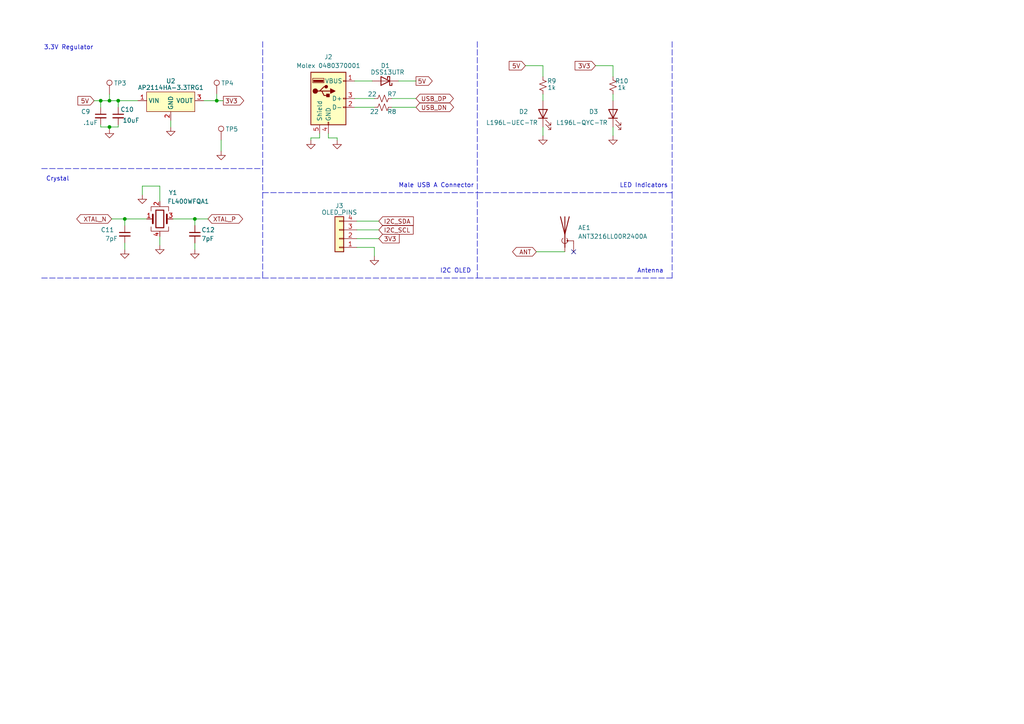
<source format=kicad_sch>
(kicad_sch (version 20211123) (generator eeschema)
  (paper "A4")
  (title_block (title "PortaNet") (date "2022-03-12") (rev "1.0") (company "JCM"))
  (lib_symbols
    (symbol "Connector:TestPoint" (pin_numbers hide) (pin_names (offset 0.762) hide)
      (property "Reference" "TP" (at 0 6.858 0))
      (property "Value" "TestPoint" (at 0 5.08 0))
      (symbol "TestPoint_0_1"
        (circle (center 0 3.302) (radius 0.762))
      )
      (symbol "TestPoint_1_1"
        (pin passive line (at 0 0 90) (length 2.54) (name "1") (number "1"))
      )
    )
    (symbol "Connector:USB_A" (pin_names (offset 1.016))
      (property "Reference" "J" (at -5.08 11.43 0))
      (property "Value" "USB_A" (at -5.08 8.89 0))
      (symbol "USB_A_0_1"
        (rectangle (start -5.08 -7.62) (end 5.08 7.62) (stroke (width 0.254)) (fill (type background)))
        (circle (center -3.81 2.159) (radius 0.635) (stroke (width 0.254)) (fill (type outline)))
        (rectangle (start -1.524 4.826) (end -4.318 5.334) (fill (type outline)))
        (rectangle (start -1.27 4.572) (end -4.572 5.842))
        (circle (center -0.635 3.429) (radius 0.381) (stroke (width 0.254)) (fill (type outline)))
        (rectangle (start -0.127 -7.62) (end 0.127 -6.858))
        (polyline (pts (xy -3.175 2.159) (xy -2.54 2.159) (xy -1.27 3.429) (xy -0.635 3.429)) (stroke (width 0.254)))
        (polyline (pts (xy -2.54 2.159) (xy -1.905 2.159) (xy -1.27 0.889) (xy 0 0.889)) (stroke (width 0.254)))
        (polyline (pts (xy 0.635 2.794) (xy 0.635 1.524) (xy 1.905 2.159) (xy 0.635 2.794)) (stroke (width 0.254)) (fill (type outline)))
        (rectangle (start 0.254 1.27) (end -0.508 0.508) (stroke (width 0.254)) (fill (type outline)))
        (rectangle (start 5.08 -2.667) (end 4.318 -2.413))
        (rectangle (start 5.08 -0.127) (end 4.318 0.127))
        (rectangle (start 5.08 4.953) (end 4.318 5.207))
      )
      (symbol "USB_A_1_1"
        (polyline (pts (xy -1.905 2.159) (xy 0.635 2.159)) (stroke (width 0.254)))
        (pin power_in line (at 7.62 5.08 180) (length 2.54) (name "VBUS") (number "1"))
        (pin bidirectional line (at 7.62 -2.54 180) (length 2.54) (name "D-") (number "2"))
        (pin bidirectional line (at 7.62 0 180) (length 2.54) (name "D+") (number "3"))
        (pin power_in line (at 0 -10.16 90) (length 2.54) (name "GND") (number "4"))
        (pin passive line (at -2.54 -10.16 90) (length 2.54) (name "Shield") (number "5"))
      )
    )
    (symbol "Connector_Generic:Conn_01x04" (pin_names (offset 1.016) hide)
      (property "Reference" "J" (at 0 5.08 0))
      (property "Value" "Conn_01x04" (at 0 -7.62 0))
      (symbol "Conn_01x04_1_1"
        (rectangle (start -1.27 -4.953) (end 0 -5.207) (stroke (width 0.1524)))
        (rectangle (start -1.27 -2.413) (end 0 -2.667) (stroke (width 0.1524)))
        (rectangle (start -1.27 0.127) (end 0 -0.127) (stroke (width 0.1524)))
        (rectangle (start -1.27 2.667) (end 0 2.413) (stroke (width 0.1524)))
        (rectangle (start -1.27 3.81) (end 1.27 -6.35) (stroke (width 0.254)) (fill (type background)))
        (pin passive line (at -5.08 2.54 0) (length 3.81) (name "Pin_1") (number "1"))
        (pin passive line (at -5.08 0 0) (length 3.81) (name "Pin_2") (number "2"))
        (pin passive line (at -5.08 -2.54 0) (length 3.81) (name "Pin_3") (number "3"))
        (pin passive line (at -5.08 -5.08 0) (length 3.81) (name "Pin_4") (number "4"))
      )
    )
    (symbol "Device:Antenna_Shield" (pin_numbers hide) (pin_names (offset 1.016) hide)
      (property "Reference" "AE" (at -1.905 4.445 0))
      (property "Value" "Antenna_Shield" (at -1.905 2.54 0))
      (symbol "Antenna_Shield_0_1"
        (arc (start -0.508 -1.143) (mid -0.8485 -2.1032) (end 0 -2.667))
        (arc (start 0 -2.667) (mid 0.8047 -2.0885) (end 0.508 -1.143))
        (polyline (pts (xy 0 -2.54) (xy 0 0)))
        (polyline (pts (xy 0 5.08) (xy 0 -3.81)) (stroke (width 0.254)))
        (polyline (pts (xy 0.762 -1.905) (xy 2.54 -1.905)))
        (polyline (pts (xy 2.54 -2.54) (xy 2.54 -1.905)))
        (polyline (pts (xy 1.27 5.08) (xy 0 0) (xy -1.27 5.08)) (stroke (width 0.254)))
        (circle (center 0.762 -1.905) (radius 0.1778) (fill (type outline)))
      )
      (symbol "Antenna_Shield_1_1"
        (pin input line (at 0 -5.08 90) (length 2.54) (name "A") (number "1"))
        (pin input line (at 2.54 -5.08 90) (length 2.54) (name "Shield") (number "2"))
      )
    )
    (symbol "Device:C_Small" (pin_numbers hide) (pin_names (offset 0.254) hide)
      (property "Reference" "C" (at 0.254 1.778 0))
      (property "Value" "C_Small" (at 0.254 -2.032 0))
      (symbol "C_Small_0_1"
        (polyline (pts (xy -1.524 -0.508) (xy 1.524 -0.508)) (stroke (width 0.3302)))
        (polyline (pts (xy -1.524 0.508) (xy 1.524 0.508)) (stroke (width 0.3048)))
      )
      (symbol "C_Small_1_1"
        (pin passive line (at 0 2.54 270) (length 2.032) (name "~") (number "1"))
        (pin passive line (at 0 -2.54 90) (length 2.032) (name "~") (number "2"))
      )
    )
    (symbol "Device:Crystal_GND24" (pin_names (offset 1.016) hide)
      (property "Reference" "Y" (at 3.175 5.08 0))
      (property "Value" "Crystal_GND24" (at 3.175 3.175 0))
      (symbol "Crystal_GND24_0_1"
        (rectangle (start -1.143 2.54) (end 1.143 -2.54) (stroke (width 0.3048)))
        (polyline (pts (xy -2.54 0) (xy -2.032 0)))
        (polyline (pts (xy -2.032 -1.27) (xy -2.032 1.27)) (stroke (width 0.508)))
        (polyline (pts (xy 0 -3.81) (xy 0 -3.556)))
        (polyline (pts (xy 0 3.556) (xy 0 3.81)))
        (polyline (pts (xy 2.032 -1.27) (xy 2.032 1.27)) (stroke (width 0.508)))
        (polyline (pts (xy 2.032 0) (xy 2.54 0)))
        (polyline (pts (xy -2.54 -2.286) (xy -2.54 -3.556) (xy 2.54 -3.556) (xy 2.54 -2.286)))
        (polyline (pts (xy -2.54 2.286) (xy -2.54 3.556) (xy 2.54 3.556) (xy 2.54 2.286)))
      )
      (symbol "Crystal_GND24_1_1"
        (pin passive line (at -3.81 0 0) (length 1.27) (name "1") (number "1"))
        (pin passive line (at 0 5.08 270) (length 1.27) (name "2") (number "2"))
        (pin passive line (at 3.81 0 180) (length 1.27) (name "3") (number "3"))
        (pin passive line (at 0 -5.08 90) (length 1.27) (name "4") (number "4"))
      )
    )
    (symbol "Device:D_Schottky" (pin_numbers hide) (pin_names (offset 1.016) hide)
      (property "Reference" "D" (at 0 2.54 0))
      (property "Value" "D_Schottky" (at 0 -2.54 0))
      (symbol "D_Schottky_0_1"
        (polyline (pts (xy 1.27 0) (xy -1.27 0)))
        (polyline (pts (xy 1.27 1.27) (xy 1.27 -1.27) (xy -1.27 0) (xy 1.27 1.27)) (stroke (width 0.254)))
        (polyline (pts (xy -1.905 0.635) (xy -1.905 1.27) (xy -1.27 1.27) (xy -1.27 -1.27) (xy -0.635 -1.27) (xy -0.635 -0.635)) (stroke (width 0.254)))
      )
      (symbol "D_Schottky_1_1"
        (pin passive line (at -3.81 0 0) (length 2.54) (name "K") (number "1"))
        (pin passive line (at 3.81 0 180) (length 2.54) (name "A") (number "2"))
      )
    )
    (symbol "Device:LED" (pin_numbers hide) (pin_names (offset 1.016) hide)
      (property "Reference" "D" (at 0 2.54 0))
      (property "Value" "LED" (at 0 -2.54 0))
      (symbol "LED_0_1"
        (polyline (pts (xy -1.27 -1.27) (xy -1.27 1.27)) (stroke (width 0.254)))
        (polyline (pts (xy -1.27 0) (xy 1.27 0)))
        (polyline (pts (xy 1.27 -1.27) (xy 1.27 1.27) (xy -1.27 0) (xy 1.27 -1.27)) (stroke (width 0.254)))
        (polyline (pts (xy -3.048 -0.762) (xy -4.572 -2.286) (xy -3.81 -2.286) (xy -4.572 -2.286) (xy -4.572 -1.524)))
        (polyline (pts (xy -1.778 -0.762) (xy -3.302 -2.286) (xy -2.54 -2.286) (xy -3.302 -2.286) (xy -3.302 -1.524)))
      )
      (symbol "LED_1_1"
        (pin passive line (at -3.81 0 0) (length 2.54) (name "K") (number "1"))
        (pin passive line (at 3.81 0 180) (length 2.54) (name "A") (number "2"))
      )
    )
    (symbol "Device:R_Small_US" (pin_numbers hide) (pin_names (offset 0.254) hide)
      (property "Reference" "R" (at 0.762 0.508 0))
      (property "Value" "R_Small_US" (at 0.762 -1.016 0))
      (symbol "R_Small_US_1_1"
        (polyline (pts (xy 0 0) (xy 1.016 -0.381) (xy 0 -0.762) (xy -1.016 -1.143) (xy 0 -1.524)))
        (polyline (pts (xy 0 1.524) (xy 1.016 1.143) (xy 0 0.762) (xy -1.016 0.381) (xy 0 0)))
        (pin passive line (at 0 2.54 270) (length 1.016) (name "~") (number "1"))
        (pin passive line (at 0 -2.54 90) (length 1.016) (name "~") (number "2"))
      )
    )
    (symbol "JoesSymbols:AP2114HA-3.3TRG1"
      (property "Reference" "U" (at 0.635 1.27 0))
      (property "Value" "AP2114HA-3.3TRG1" (at 0.635 3.175 0))
      (symbol "AP2114HA-3.3TRG1_0_1"
        (rectangle (start 0 0) (end 13.97 -5.715) (fill (type background)))
      )
      (symbol "AP2114HA-3.3TRG1_1_1"
        (pin power_in line (at -2.54 -2.54 0) (length 2.54) (name "VIN") (number "1"))
        (pin power_out line (at 6.985 -8.255 90) (length 2.54) (name "GND") (number "2"))
        (pin power_out line (at 16.51 -2.54 180) (length 2.54) (name "VOUT") (number "3"))
      )
    )
    (symbol "power:GND" (power) (pin_names (offset 0))
      (property "Value" "GND" (at 0 -3.81 0))
      (symbol "GND_0_1"
        (polyline (pts (xy 0 0) (xy 0 -1.27) (xy 1.27 -1.27) (xy 0 -2.54) (xy -1.27 -1.27) (xy 0 -1.27)))
      )
      (symbol "GND_1_1"
        (pin power_in line (at 0 0 270) (length 0) hide (name "GND") (number "1"))
      )
    )
  )
  (junction (at 62.865 29.21))
  (junction (at 56.515 63.5))
  (junction (at 29.21 29.21))
  (junction (at 36.195 63.5))
  (junction (at 31.75 29.21))
  (junction (at 31.75 36.83))
  (junction (at 34.29 29.21))
  (no_connect (at 166.37 73.025))
  (wire (pts (xy 46.355 68.58) (xy 46.355 71.12)))
  (polyline (pts (xy 194.945 80.645) (xy 194.945 63.5)))
  (wire (pts (xy 62.865 27.305) (xy 62.865 29.21)))
  (polyline (pts (xy 138.43 80.645) (xy 138.43 55.88)))
  (wire (pts (xy 177.8 19.05) (xy 177.8 22.225)))
  (wire (pts (xy 29.21 36.195) (xy 29.21 36.83)))
  (polyline (pts (xy 138.43 55.88) (xy 194.945 55.88)))
  (wire (pts (xy 92.71 40.005) (xy 92.71 38.735)))
  (polyline (pts (xy 194.945 12.065) (xy 194.945 55.88)))
  (wire (pts (xy 31.75 36.83) (xy 31.75 37.465)))
  (wire (pts (xy 27.305 29.21) (xy 29.21 29.21)))
  (wire (pts (xy 29.21 36.83) (xy 31.75 36.83)))
  (wire (pts (xy 108.585 71.755) (xy 108.585 74.295)))
  (polyline (pts (xy 12.065 80.645) (xy 76.2 80.645)))
  (wire (pts (xy 36.195 63.5) (xy 36.195 65.405)))
  (wire (pts (xy 29.21 29.21) (xy 31.75 29.21)))
  (wire (pts (xy 103.505 64.135) (xy 109.855 64.135)))
  (wire (pts (xy 152.4 19.05) (xy 157.48 19.05)))
  (wire (pts (xy 103.505 69.215) (xy 109.855 69.215)))
  (wire (pts (xy 31.75 27.305) (xy 31.75 29.21)))
  (wire (pts (xy 177.8 27.305) (xy 177.8 29.21)))
  (wire (pts (xy 64.135 40.64) (xy 64.135 43.815)))
  (wire (pts (xy 50.165 63.5) (xy 56.515 63.5)))
  (wire (pts (xy 90.17 40.64) (xy 90.17 40.005)))
  (wire (pts (xy 32.385 63.5) (xy 36.195 63.5)))
  (wire (pts (xy 36.195 70.485) (xy 36.195 72.39)))
  (polyline (pts (xy 76.2 55.88) (xy 138.43 55.88)))
  (wire (pts (xy 90.17 40.005) (xy 92.71 40.005)))
  (wire (pts (xy 102.87 31.115) (xy 108.585 31.115)))
  (wire (pts (xy 56.515 63.5) (xy 60.325 63.5)))
  (wire (pts (xy 34.29 29.21) (xy 40.005 29.21)))
  (wire (pts (xy 103.505 71.755) (xy 108.585 71.755)))
  (wire (pts (xy 42.545 63.5) (xy 36.195 63.5)))
  (wire (pts (xy 29.21 29.21) (xy 29.21 31.115)))
  (wire (pts (xy 31.75 29.21) (xy 34.29 29.21)))
  (wire (pts (xy 115.57 23.495) (xy 120.65 23.495)))
  (wire (pts (xy 113.665 31.115) (xy 120.65 31.115)))
  (wire (pts (xy 172.72 19.05) (xy 177.8 19.05)))
  (wire (pts (xy 56.515 70.485) (xy 56.515 72.39)))
  (wire (pts (xy 46.355 53.975) (xy 41.275 53.975)))
  (wire (pts (xy 97.79 40.005) (xy 95.25 40.005)))
  (polyline (pts (xy 12.065 48.895) (xy 76.2 48.895)))
  (wire (pts (xy 102.87 23.495) (xy 107.95 23.495)))
  (wire (pts (xy 34.29 36.195) (xy 34.29 36.83)))
  (wire (pts (xy 49.53 34.925) (xy 49.53 36.83)))
  (polyline (pts (xy 138.43 80.645) (xy 194.945 80.645)))
  (wire (pts (xy 177.8 36.83) (xy 177.8 39.37)))
  (polyline (pts (xy 138.43 12.065) (xy 138.43 55.88)))
  (wire (pts (xy 113.665 28.575) (xy 120.65 28.575)))
  (wire (pts (xy 59.055 29.21) (xy 62.865 29.21)))
  (polyline (pts (xy 76.2 12.065) (xy 76.2 48.895)))
  (wire (pts (xy 95.25 40.005) (xy 95.25 38.735)))
  (wire (pts (xy 34.29 36.83) (xy 31.75 36.83)))
  (wire (pts (xy 56.515 63.5) (xy 56.515 65.405)))
  (polyline (pts (xy 76.2 80.645) (xy 138.43 80.645)))
  (wire (pts (xy 41.275 53.975) (xy 41.275 56.515)))
  (wire (pts (xy 34.29 29.21) (xy 34.29 31.115)))
  (wire (pts (xy 157.48 27.305) (xy 157.48 29.21)))
  (wire (pts (xy 103.505 66.675) (xy 109.855 66.675)))
  (wire (pts (xy 102.87 28.575) (xy 108.585 28.575)))
  (wire (pts (xy 155.575 73.025) (xy 163.83 73.025)))
  (wire (pts (xy 97.79 40.64) (xy 97.79 40.005)))
  (wire (pts (xy 157.48 36.83) (xy 157.48 39.37)))
  (wire (pts (xy 62.865 29.21) (xy 64.77 29.21)))
  (wire (pts (xy 46.355 58.42) (xy 46.355 53.975)))
  (polyline (pts (xy 76.2 48.895) (xy 76.2 55.88)))
  (polyline (pts (xy 76.2 55.88) (xy 76.2 80.645)))
  (wire (pts (xy 157.48 19.05) (xy 157.48 22.225)))
  (polyline (pts (xy 194.945 55.88) (xy 194.945 63.5)))
  (text "Male USB A Connector" (at 115.57 54.61 0) (effects (font (size 1.27 1.27)) (justify left bottom)))
  (text "LED Indicators" (at 179.705 54.61 0) (effects (font (size 1.27 1.27)) (justify left bottom)))
  (text "3.3V Regulator" (at 12.7 14.605 0) (effects (font (size 1.27 1.27)) (justify left bottom)))
  (text "Antenna" (at 184.785 79.375 0) (effects (font (size 1.27 1.27)) (justify left bottom)))
  (text "Crystal" (at 13.335 52.705 0) (effects (font (size 1.27 1.27)) (justify left bottom)))
  (text "I2C OLED" (at 127.635 79.375 0) (effects (font (size 1.27 1.27)) (justify left bottom)))
  (global_label "USB_DN" (shape bidirectional) (at 120.65 31.115 0) (property "Intersheet References" "${INTERSHEET_REFS}" (effects hide)))
  (global_label "5V" (shape input) (at 27.305 29.21 180) (property "Intersheet References" "${INTERSHEET_REFS}" (effects hide)))
  (global_label "I2C_SDA" (shape input) (at 109.855 64.135 0) (property "Intersheet References" "${INTERSHEET_REFS}" (effects hide)))
  (global_label "I2C_SCL" (shape input) (at 109.855 66.675 0) (property "Intersheet References" "${INTERSHEET_REFS}" (effects hide)))
  (global_label "XTAL_N" (shape bidirectional) (at 32.385 63.5 180) (property "Intersheet References" "${INTERSHEET_REFS}" (effects hide)))
  (global_label "USB_DP" (shape bidirectional) (at 120.65 28.575 0) (property "Intersheet References" "${INTERSHEET_REFS}" (effects hide)))
  (global_label "ANT" (shape bidirectional) (at 155.575 73.025 180) (property "Intersheet References" "${INTERSHEET_REFS}" (effects hide)))
  (global_label "3V3" (shape input) (at 109.855 69.215 0) (property "Intersheet References" "${INTERSHEET_REFS}" (effects hide)))
  (global_label "5V" (shape input) (at 152.4 19.05 180) (property "Intersheet References" "${INTERSHEET_REFS}" (effects hide)))
  (global_label "XTAL_P" (shape bidirectional) (at 60.325 63.5 0) (property "Intersheet References" "${INTERSHEET_REFS}" (effects hide)))
  (global_label "5V" (shape output) (at 120.65 23.495 0) (property "Intersheet References" "${INTERSHEET_REFS}" (effects hide)))
  (global_label "3V3" (shape input) (at 172.72 19.05 180) (property "Intersheet References" "${INTERSHEET_REFS}" (effects hide)))
  (global_label "3V3" (shape output) (at 64.77 29.21 0) (property "Intersheet References" "${INTERSHEET_REFS}" (effects hide)))
  (symbol (lib_id "Device:Crystal_GND24") (at 46.355 63.5 0) (unit 1)
    (property "Reference" "Y1" (at 50.165 55.88 0))
    (property "Value" "FL400WFQA1" (at 54.61 58.42 0))
    (property "Footprint" "Crystal:Crystal_SMD_3225-4Pin_3.2x2.5mm" (effects hide))
    (property "Datasheet" "https://www.digikey.com/en/products/detail/diodes-incorporated/FL400WFQA1/6173689" (effects hide))
  )
  (symbol (lib_id "Device:LED") (at 157.48 33.02 90) (unit 1)
    (property "Reference" "D2" (at 150.495 32.385 90) (effects (justify right)))
    (property "Value" "L196L-UEC-TR" (at 140.97 35.56 90) (effects (justify right)))
    (property "Footprint" "LED_SMD:LED_0603_1608Metric" (effects hide))
    (property "Datasheet" "https://www.digikey.com/en/products/detail/american-opto-plus-led/L196L-UEC-TR/12325404" (effects hide))
  )
  (symbol (lib_id "Device:C_Small") (at 56.515 67.945 0) (unit 1)
    (property "Reference" "C12" (at 58.42 66.675 0) (effects (justify left)))
    (property "Value" "7pF" (at 58.42 69.215 0) (effects (justify left)))
    (property "Footprint" "Capacitor_SMD:C_0603_1608Metric" (effects hide))
  )
  (symbol (lib_id "power:GND") (at 177.8 39.37 0) (mirror y) (unit 1)
    (property "Reference" "#PWR0117" (effects hide))
    (property "Value" "GND" (effects hide))
  )
  (symbol (lib_id "power:GND") (at 56.515 72.39 0) (unit 1)
    (property "Reference" "#PWR0114" (effects hide))
    (property "Value" "GND" (effects hide))
  )
  (symbol (lib_id "Device:R_Small_US") (at 157.48 24.765 180) (unit 1)
    (property "Reference" "R9" (at 160.02 23.495 0))
    (property "Value" "1k" (at 160.02 25.4 0))
    (property "Footprint" "Resistor_SMD:R_0805_2012Metric" (effects hide))
  )
  (symbol (lib_id "Device:LED") (at 177.8 33.02 90) (unit 1)
    (property "Reference" "D3" (at 170.815 32.385 90) (effects (justify right)))
    (property "Value" "L196L-QYC-TR" (at 161.29 35.56 90) (effects (justify right)))
    (property "Footprint" "LED_SMD:LED_0603_1608Metric" (effects hide))
    (property "Datasheet" "https://www.digikey.com/en/products/detail/american-opto-plus-led/L196L-UEC-TR/12325404" (effects hide))
  )
  (symbol (lib_id "power:GND") (at 41.275 56.515 0) (unit 1)
    (property "Reference" "#PWR0115" (effects hide))
    (property "Value" "GND" (effects hide))
  )
  (symbol (lib_id "power:GND") (at 31.75 37.465 0) (unit 1)
    (property "Reference" "#PWR0107" (effects hide))
    (property "Value" "GND" (effects hide))
  )
  (symbol (lib_id "power:GND") (at 49.53 36.83 0) (unit 1)
    (property "Reference" "#PWR0106" (effects hide))
    (property "Value" "GND" (effects hide))
  )
  (symbol (lib_id "power:GND") (at 46.355 71.12 0) (unit 1)
    (property "Reference" "#PWR0113" (effects hide))
    (property "Value" "GND" (effects hide))
  )
  (symbol (lib_id "Connector:USB_A") (at 95.25 28.575 0) (unit 1)
    (property "Reference" "J2" (at 95.25 16.51 0))
    (property "Value" "Molex 0480370001" (at 95.25 19.05 0))
    (property "Footprint" "JoesFootprints:Molex_0480370001" (effects hide))
    (property "Datasheet" " ~" (effects hide))
  )
  (symbol (lib_id "Device:C_Small") (at 34.29 33.655 0) (unit 1)
    (property "Reference" "C10" (at 34.925 31.75 0) (effects (justify left)))
    (property "Value" "10uF" (at 35.56 34.925 0) (effects (justify left)))
    (property "Footprint" "Capacitor_SMD:C_0603_1608Metric" (effects hide))
  )
  (symbol (lib_id "Device:D_Schottky") (at 111.76 23.495 180) (unit 1)
    (property "Reference" "D1" (at 111.76 19.05 0))
    (property "Value" "DSS13UTR" (at 112.395 20.955 0))
    (property "Footprint" "Diode_SMD:D_SOD-123F" (effects hide))
    (property "Datasheet" "https://www.digikey.com/en/products/detail/smc-diode-solutions/DSS13UTR/8341858" (effects hide))
  )
  (symbol (lib_id "Connector_Generic:Conn_01x04") (at 98.425 69.215 180) (unit 1)
    (property "Reference" "J3" (at 98.425 59.69 0))
    (property "Value" "OLED_PINS" (at 98.425 61.595 0))
    (property "Footprint" "JoesFootprints:OLED_0.91in_i2c" (effects hide))
  )
  (symbol (lib_id "Connector:TestPoint") (at 64.135 40.64 0) (unit 1)
    (property "Reference" "TP5" (at 65.405 37.465 0) (effects (justify left)))
    (property "Value" "TestPoint" (effects hide))
    (property "Footprint" "TestPoint:TestPoint_Pad_1.0x1.0mm" (effects hide))
  )
  (symbol (lib_id "Connector:TestPoint") (at 62.865 27.305 0) (unit 1)
    (property "Reference" "TP4" (at 64.135 24.13 0) (effects (justify left)))
    (property "Value" "TestPoint" (effects hide))
    (property "Footprint" "TestPoint:TestPoint_Pad_1.0x1.0mm" (effects hide))
  )
  (symbol (lib_id "power:GND") (at 90.17 40.64 0) (mirror y) (unit 1)
    (property "Reference" "#PWR0109" (effects hide))
    (property "Value" "GND" (effects hide))
  )
  (symbol (lib_id "power:GND") (at 157.48 39.37 0) (mirror y) (unit 1)
    (property "Reference" "#PWR0118" (effects hide))
    (property "Value" "GND" (effects hide))
  )
  (symbol (lib_id "Device:R_Small_US") (at 177.8 24.765 180) (unit 1)
    (property "Reference" "R10" (at 180.34 23.495 0))
    (property "Value" "1k" (at 180.34 25.4 0))
    (property "Footprint" "Resistor_SMD:R_0805_2012Metric" (effects hide))
  )
  (symbol (lib_id "Device:Antenna_Shield") (at 163.83 67.945 0) (unit 1)
    (property "Reference" "AE1" (at 167.64 66.0399 0) (effects (justify left)))
    (property "Value" "ANT3216LL00R2400A" (at 167.64 68.5799 0) (effects (justify left)))
    (property "Footprint" "JoesFootprints:ANT3216LL00R2400A" (effects hide))
    (property "Datasheet" "https://www.digikey.com/en/products/detail/pulselarsen-antennas/ANT3216LL00R2400A/9360376" (effects hide))
  )
  (symbol (lib_id "Device:R_Small_US") (at 111.125 28.575 90) (unit 1)
    (property "Reference" "R7" (at 113.665 27.305 90))
    (property "Value" "22" (at 107.95 27.305 90))
    (property "Footprint" "Resistor_SMD:R_0805_2012Metric" (effects hide))
  )
  (symbol (lib_id "power:GND") (at 108.585 74.295 0) (unit 1)
    (property "Reference" "#PWR0110" (effects hide))
    (property "Value" "GND" (effects hide))
  )
  (symbol (lib_id "Device:R_Small_US") (at 111.125 31.115 90) (unit 1)
    (property "Reference" "R8" (at 113.665 32.385 90))
    (property "Value" "22" (at 108.585 32.385 90))
    (property "Footprint" "Resistor_SMD:R_0805_2012Metric" (effects hide))
  )
  (symbol (lib_id "power:GND") (at 36.195 72.39 0) (unit 1)
    (property "Reference" "#PWR0112" (effects hide))
    (property "Value" "GND" (effects hide))
  )
  (symbol (lib_id "power:GND") (at 64.135 43.815 0) (unit 1)
    (property "Reference" "#PWR0119" (effects hide))
    (property "Value" "GND" (effects hide))
  )
  (symbol (lib_id "power:GND") (at 97.79 40.64 0) (mirror y) (unit 1)
    (property "Reference" "#PWR0111" (effects hide))
    (property "Value" "GND" (effects hide))
  )
  (symbol (lib_id "Connector:TestPoint") (at 31.75 27.305 0) (unit 1)
    (property "Reference" "TP3" (at 33.02 24.13 0) (effects (justify left)))
    (property "Value" "TestPoint" (effects hide))
    (property "Footprint" "TestPoint:TestPoint_Pad_1.0x1.0mm" (effects hide))
  )
  (symbol (lib_id "Device:C_Small") (at 29.21 33.655 0) (unit 1)
    (property "Reference" "C9" (at 23.495 32.385 0) (effects (justify left)))
    (property "Value" ".1uF" (at 24.13 35.56 0) (effects (justify left)))
    (property "Footprint" "Capacitor_SMD:C_0603_1608Metric" (effects hide))
  )
  (symbol (lib_id "JoesSymbols:AP2114HA-3.3TRG1") (at 42.545 26.67 0) (unit 1)
    (property "Reference" "U2" (at 49.53 23.495 0))
    (property "Value" "AP2114HA-3.3TRG1" (at 49.53 25.4 0))
    (property "Footprint" "Package_TO_SOT_SMD:SOT-223-3_TabPin2" (effects hide))
    (property "Datasheet" "https://www.digikey.com/en/products/detail/diodes-incorporated/AP2114HA-3-3TRG1/4770627" (effects hide))
  )
  (symbol (lib_id "Device:C_Small") (at 36.195 67.945 0) (unit 1)
    (property "Reference" "C11" (at 29.21 66.675 0) (effects (justify left)))
    (property "Value" "7pF" (at 30.48 69.215 0) (effects (justify left)))
    (property "Footprint" "Capacitor_SMD:C_0603_1608Metric" (effects hide))
  )
)
</source>
